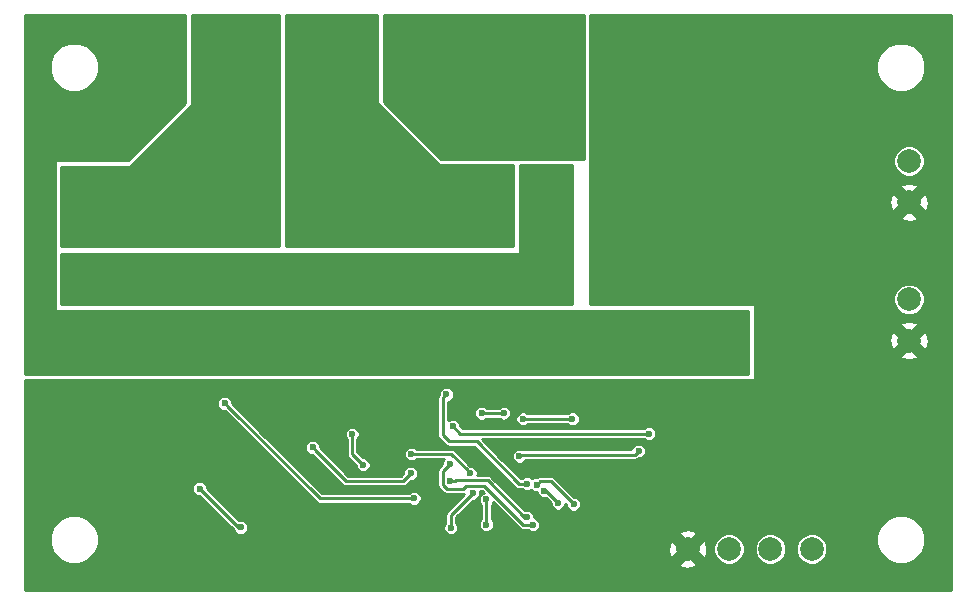
<source format=gbr>
G04 #@! TF.FileFunction,Copper,L2,Bot,Signal*
%FSLAX46Y46*%
G04 Gerber Fmt 4.6, Leading zero omitted, Abs format (unit mm)*
G04 Created by KiCad (PCBNEW 4.0.5) date 10/06/17 09:47:02*
%MOMM*%
%LPD*%
G01*
G04 APERTURE LIST*
%ADD10C,0.100000*%
%ADD11C,1.998980*%
%ADD12C,0.500000*%
%ADD13R,4.510000X3.400000*%
%ADD14C,0.600000*%
%ADD15C,0.250000*%
%ADD16C,0.254000*%
G04 APERTURE END LIST*
D10*
D11*
X169750060Y-115800000D03*
X173250180Y-115800000D03*
X166249940Y-115800000D03*
X162749820Y-115800000D03*
X181500000Y-86450060D03*
X181500000Y-82949940D03*
X181500000Y-98150060D03*
X181500000Y-94649940D03*
D12*
X178640000Y-90040000D03*
X178005000Y-90040000D03*
X177370000Y-90040000D03*
X176735000Y-90040000D03*
X176100000Y-90040000D03*
X178640000Y-89405000D03*
X178005000Y-89405000D03*
X177370000Y-89405000D03*
X176735000Y-89405000D03*
X176100000Y-89405000D03*
X178640000Y-88770000D03*
X178005000Y-88770000D03*
X177370000Y-88770000D03*
X176100000Y-88770000D03*
X178640000Y-88135000D03*
X178005000Y-88135000D03*
X177370000Y-88135000D03*
X176735000Y-88135000D03*
X176100000Y-88135000D03*
X178640000Y-87500000D03*
X178005000Y-87500000D03*
X177370000Y-87500000D03*
X176735000Y-87500000D03*
X176100000Y-87500000D03*
X176735000Y-88770000D03*
X170140000Y-92440000D03*
X169505000Y-92440000D03*
X168870000Y-92440000D03*
X168235000Y-92440000D03*
X167600000Y-92440000D03*
X170140000Y-91805000D03*
X169505000Y-91805000D03*
X168870000Y-91805000D03*
X168235000Y-91805000D03*
X167600000Y-91805000D03*
X170140000Y-91170000D03*
X169505000Y-91170000D03*
X168870000Y-91170000D03*
X167600000Y-91170000D03*
X170140000Y-90535000D03*
X169505000Y-90535000D03*
X168870000Y-90535000D03*
X168235000Y-90535000D03*
X167600000Y-90535000D03*
X170140000Y-89900000D03*
X169505000Y-89900000D03*
X168870000Y-89900000D03*
X168235000Y-89900000D03*
X167600000Y-89900000D03*
X168235000Y-91170000D03*
X153340000Y-76340000D03*
X152705000Y-76340000D03*
X152070000Y-76340000D03*
X151435000Y-76340000D03*
X150800000Y-76340000D03*
X153340000Y-75705000D03*
X152705000Y-75705000D03*
X152070000Y-75705000D03*
X151435000Y-75705000D03*
X150800000Y-75705000D03*
X153340000Y-75070000D03*
X152705000Y-75070000D03*
X152070000Y-75070000D03*
X150800000Y-75070000D03*
X153340000Y-74435000D03*
X152705000Y-74435000D03*
X152070000Y-74435000D03*
X151435000Y-74435000D03*
X150800000Y-74435000D03*
X153340000Y-73800000D03*
X152705000Y-73800000D03*
X152070000Y-73800000D03*
X151435000Y-73800000D03*
X150800000Y-73800000D03*
X151435000Y-75070000D03*
X147040000Y-76340000D03*
X146405000Y-76340000D03*
X145770000Y-76340000D03*
X145135000Y-76340000D03*
X144500000Y-76340000D03*
X147040000Y-75705000D03*
X146405000Y-75705000D03*
X145770000Y-75705000D03*
X145135000Y-75705000D03*
X144500000Y-75705000D03*
X147040000Y-75070000D03*
X146405000Y-75070000D03*
X145770000Y-75070000D03*
X144500000Y-75070000D03*
X147040000Y-74435000D03*
X146405000Y-74435000D03*
X145770000Y-74435000D03*
X145135000Y-74435000D03*
X144500000Y-74435000D03*
X147040000Y-73800000D03*
X146405000Y-73800000D03*
X145770000Y-73800000D03*
X145135000Y-73800000D03*
X144500000Y-73800000D03*
X145135000Y-75070000D03*
X150240000Y-76340000D03*
X149605000Y-76340000D03*
X148970000Y-76340000D03*
X148335000Y-76340000D03*
X147700000Y-76340000D03*
X150240000Y-75705000D03*
X149605000Y-75705000D03*
X148970000Y-75705000D03*
X148335000Y-75705000D03*
X147700000Y-75705000D03*
X150240000Y-75070000D03*
X149605000Y-75070000D03*
X148970000Y-75070000D03*
X147700000Y-75070000D03*
X150240000Y-74435000D03*
X149605000Y-74435000D03*
X148970000Y-74435000D03*
X148335000Y-74435000D03*
X147700000Y-74435000D03*
X150240000Y-73800000D03*
X149605000Y-73800000D03*
X148970000Y-73800000D03*
X148335000Y-73800000D03*
X147700000Y-73800000D03*
X148335000Y-75070000D03*
X134040000Y-82940000D03*
X133405000Y-82940000D03*
X132770000Y-82940000D03*
X132135000Y-82940000D03*
X131500000Y-82940000D03*
X134040000Y-82305000D03*
X133405000Y-82305000D03*
X132770000Y-82305000D03*
X132135000Y-82305000D03*
X131500000Y-82305000D03*
X134040000Y-81670000D03*
X133405000Y-81670000D03*
X132770000Y-81670000D03*
X131500000Y-81670000D03*
X134040000Y-81035000D03*
X133405000Y-81035000D03*
X132770000Y-81035000D03*
X132135000Y-81035000D03*
X131500000Y-81035000D03*
X134040000Y-80400000D03*
X133405000Y-80400000D03*
X132770000Y-80400000D03*
X132135000Y-80400000D03*
X131500000Y-80400000D03*
X132135000Y-81670000D03*
X134040000Y-77940000D03*
X133405000Y-77940000D03*
X132770000Y-77940000D03*
X132135000Y-77940000D03*
X131500000Y-77940000D03*
X134040000Y-77305000D03*
X133405000Y-77305000D03*
X132770000Y-77305000D03*
X132135000Y-77305000D03*
X131500000Y-77305000D03*
X134040000Y-76670000D03*
X133405000Y-76670000D03*
X132770000Y-76670000D03*
X131500000Y-76670000D03*
X134040000Y-76035000D03*
X133405000Y-76035000D03*
X132770000Y-76035000D03*
X132135000Y-76035000D03*
X131500000Y-76035000D03*
X134040000Y-75400000D03*
X133405000Y-75400000D03*
X132770000Y-75400000D03*
X132135000Y-75400000D03*
X131500000Y-75400000D03*
X132135000Y-76670000D03*
X134040000Y-89340000D03*
X133405000Y-89340000D03*
X132770000Y-89340000D03*
X132135000Y-89340000D03*
X131500000Y-89340000D03*
X134040000Y-88705000D03*
X133405000Y-88705000D03*
X132770000Y-88705000D03*
X132135000Y-88705000D03*
X131500000Y-88705000D03*
X134040000Y-88070000D03*
X133405000Y-88070000D03*
X132770000Y-88070000D03*
X131500000Y-88070000D03*
X134040000Y-87435000D03*
X133405000Y-87435000D03*
X132770000Y-87435000D03*
X132135000Y-87435000D03*
X131500000Y-87435000D03*
X134040000Y-86800000D03*
X133405000Y-86800000D03*
X132770000Y-86800000D03*
X132135000Y-86800000D03*
X131500000Y-86800000D03*
X132135000Y-88070000D03*
X134040000Y-86140000D03*
X133405000Y-86140000D03*
X132770000Y-86140000D03*
X132135000Y-86140000D03*
X131500000Y-86140000D03*
X134040000Y-85505000D03*
X133405000Y-85505000D03*
X132770000Y-85505000D03*
X132135000Y-85505000D03*
X131500000Y-85505000D03*
X134040000Y-84870000D03*
X133405000Y-84870000D03*
X132770000Y-84870000D03*
X131500000Y-84870000D03*
X134040000Y-84235000D03*
X133405000Y-84235000D03*
X132770000Y-84235000D03*
X132135000Y-84235000D03*
X131500000Y-84235000D03*
X134040000Y-83600000D03*
X133405000Y-83600000D03*
X132770000Y-83600000D03*
X132135000Y-83600000D03*
X131500000Y-83600000D03*
X132135000Y-84870000D03*
X125640000Y-83040000D03*
X125005000Y-83040000D03*
X124370000Y-83040000D03*
X123735000Y-83040000D03*
X123100000Y-83040000D03*
X125640000Y-82405000D03*
X125005000Y-82405000D03*
X124370000Y-82405000D03*
X123735000Y-82405000D03*
X123100000Y-82405000D03*
X125640000Y-81770000D03*
X125005000Y-81770000D03*
X124370000Y-81770000D03*
X123100000Y-81770000D03*
X125640000Y-81135000D03*
X125005000Y-81135000D03*
X124370000Y-81135000D03*
X123735000Y-81135000D03*
X123100000Y-81135000D03*
X125640000Y-80500000D03*
X125005000Y-80500000D03*
X124370000Y-80500000D03*
X123735000Y-80500000D03*
X123100000Y-80500000D03*
X123735000Y-81770000D03*
X125640000Y-78040000D03*
X125005000Y-78040000D03*
X124370000Y-78040000D03*
X123735000Y-78040000D03*
X123100000Y-78040000D03*
X125640000Y-77405000D03*
X125005000Y-77405000D03*
X124370000Y-77405000D03*
X123735000Y-77405000D03*
X123100000Y-77405000D03*
X125640000Y-76770000D03*
X125005000Y-76770000D03*
X124370000Y-76770000D03*
X123100000Y-76770000D03*
X125640000Y-76135000D03*
X125005000Y-76135000D03*
X124370000Y-76135000D03*
X123735000Y-76135000D03*
X123100000Y-76135000D03*
X125640000Y-75500000D03*
X125005000Y-75500000D03*
X124370000Y-75500000D03*
X123735000Y-75500000D03*
X123100000Y-75500000D03*
X123735000Y-76770000D03*
X125640000Y-89240000D03*
X125005000Y-89240000D03*
X124370000Y-89240000D03*
X123735000Y-89240000D03*
X123100000Y-89240000D03*
X125640000Y-88605000D03*
X125005000Y-88605000D03*
X124370000Y-88605000D03*
X123735000Y-88605000D03*
X123100000Y-88605000D03*
X125640000Y-87970000D03*
X125005000Y-87970000D03*
X124370000Y-87970000D03*
X123100000Y-87970000D03*
X125640000Y-87335000D03*
X125005000Y-87335000D03*
X124370000Y-87335000D03*
X123735000Y-87335000D03*
X123100000Y-87335000D03*
X125640000Y-86700000D03*
X125005000Y-86700000D03*
X124370000Y-86700000D03*
X123735000Y-86700000D03*
X123100000Y-86700000D03*
X123735000Y-87970000D03*
X141340000Y-94140000D03*
X140705000Y-94140000D03*
X140070000Y-94140000D03*
X139435000Y-94140000D03*
X138800000Y-94140000D03*
X141340000Y-93505000D03*
X140705000Y-93505000D03*
X140070000Y-93505000D03*
X139435000Y-93505000D03*
X138800000Y-93505000D03*
X141340000Y-92870000D03*
X140705000Y-92870000D03*
X140070000Y-92870000D03*
X138800000Y-92870000D03*
X141340000Y-92235000D03*
X140705000Y-92235000D03*
X140070000Y-92235000D03*
X139435000Y-92235000D03*
X138800000Y-92235000D03*
X141340000Y-91600000D03*
X140705000Y-91600000D03*
X140070000Y-91600000D03*
X139435000Y-91600000D03*
X138800000Y-91600000D03*
X139435000Y-92870000D03*
X121740000Y-93940000D03*
X121105000Y-93940000D03*
X120470000Y-93940000D03*
X119835000Y-93940000D03*
X119200000Y-93940000D03*
X121740000Y-93305000D03*
X121105000Y-93305000D03*
X120470000Y-93305000D03*
X119835000Y-93305000D03*
X119200000Y-93305000D03*
X121740000Y-92670000D03*
X121105000Y-92670000D03*
X120470000Y-92670000D03*
X119200000Y-92670000D03*
X121740000Y-92035000D03*
X121105000Y-92035000D03*
X120470000Y-92035000D03*
X119835000Y-92035000D03*
X119200000Y-92035000D03*
X121740000Y-91400000D03*
X121105000Y-91400000D03*
X120470000Y-91400000D03*
X119835000Y-91400000D03*
X119200000Y-91400000D03*
X119835000Y-92670000D03*
X161740000Y-99440000D03*
X161105000Y-99440000D03*
X160470000Y-99440000D03*
X159835000Y-99440000D03*
X159200000Y-99440000D03*
X161740000Y-98805000D03*
X161105000Y-98805000D03*
X160470000Y-98805000D03*
X159835000Y-98805000D03*
X159200000Y-98805000D03*
X161740000Y-98170000D03*
X161105000Y-98170000D03*
X160470000Y-98170000D03*
X159200000Y-98170000D03*
X161740000Y-97535000D03*
X161105000Y-97535000D03*
X160470000Y-97535000D03*
X159835000Y-97535000D03*
X159200000Y-97535000D03*
X161740000Y-96900000D03*
X161105000Y-96900000D03*
X160470000Y-96900000D03*
X159835000Y-96900000D03*
X159200000Y-96900000D03*
X159835000Y-98170000D03*
X125640000Y-86140000D03*
X125005000Y-86140000D03*
X124370000Y-86140000D03*
X123735000Y-86140000D03*
X123100000Y-86140000D03*
X125640000Y-85505000D03*
X125005000Y-85505000D03*
X124370000Y-85505000D03*
X123735000Y-85505000D03*
X123100000Y-85505000D03*
X125640000Y-84870000D03*
X125005000Y-84870000D03*
X124370000Y-84870000D03*
X123100000Y-84870000D03*
X125640000Y-84235000D03*
X125005000Y-84235000D03*
X124370000Y-84235000D03*
X123735000Y-84235000D03*
X123100000Y-84235000D03*
X125640000Y-83600000D03*
X125005000Y-83600000D03*
X124370000Y-83600000D03*
X123735000Y-83600000D03*
X123100000Y-83600000D03*
X123735000Y-84870000D03*
X118540000Y-93940000D03*
X117905000Y-93940000D03*
X117270000Y-93940000D03*
X116635000Y-93940000D03*
X116000000Y-93940000D03*
X118540000Y-93305000D03*
X117905000Y-93305000D03*
X117270000Y-93305000D03*
X116635000Y-93305000D03*
X116000000Y-93305000D03*
X118540000Y-92670000D03*
X117905000Y-92670000D03*
X117270000Y-92670000D03*
X116000000Y-92670000D03*
X118540000Y-92035000D03*
X117905000Y-92035000D03*
X117270000Y-92035000D03*
X116635000Y-92035000D03*
X116000000Y-92035000D03*
X118540000Y-91400000D03*
X117905000Y-91400000D03*
X117270000Y-91400000D03*
X116635000Y-91400000D03*
X116000000Y-91400000D03*
X116635000Y-92670000D03*
X152140000Y-86940000D03*
X151505000Y-86940000D03*
X150870000Y-86940000D03*
X150235000Y-86940000D03*
X149600000Y-86940000D03*
X152140000Y-86305000D03*
X151505000Y-86305000D03*
X150870000Y-86305000D03*
X150235000Y-86305000D03*
X149600000Y-86305000D03*
X152140000Y-85670000D03*
X151505000Y-85670000D03*
X150870000Y-85670000D03*
X149600000Y-85670000D03*
X152140000Y-85035000D03*
X151505000Y-85035000D03*
X150870000Y-85035000D03*
X150235000Y-85035000D03*
X149600000Y-85035000D03*
X152140000Y-84400000D03*
X151505000Y-84400000D03*
X150870000Y-84400000D03*
X150235000Y-84400000D03*
X149600000Y-84400000D03*
X150235000Y-85670000D03*
D13*
X112705000Y-88200000D03*
D12*
X110800000Y-87636000D03*
X111435000Y-87636000D03*
X112070000Y-87636000D03*
X112705000Y-87636000D03*
X113340000Y-87636000D03*
X113975000Y-87636000D03*
X114610000Y-87636000D03*
X110800000Y-88271000D03*
X111435000Y-88271000D03*
X112070000Y-88271000D03*
X112705000Y-88271000D03*
X113340000Y-88271000D03*
X113975000Y-88271000D03*
X114610000Y-88271000D03*
X110800000Y-88906000D03*
X111435000Y-88906000D03*
X112070000Y-88906000D03*
X112705000Y-88906000D03*
X113340000Y-88906000D03*
X113975000Y-88906000D03*
X114610000Y-88906000D03*
X110800000Y-89541000D03*
X111435000Y-89541000D03*
X112070000Y-89541000D03*
X112705000Y-89541000D03*
X113340000Y-89541000D03*
X113975000Y-89541000D03*
X114610000Y-89541000D03*
D13*
X112805000Y-80800000D03*
D12*
X110900000Y-80236000D03*
X111535000Y-80236000D03*
X112170000Y-80236000D03*
X112805000Y-80236000D03*
X113440000Y-80236000D03*
X114075000Y-80236000D03*
X114710000Y-80236000D03*
X110900000Y-80871000D03*
X111535000Y-80871000D03*
X112170000Y-80871000D03*
X112805000Y-80871000D03*
X113440000Y-80871000D03*
X114075000Y-80871000D03*
X114710000Y-80871000D03*
X110900000Y-81506000D03*
X111535000Y-81506000D03*
X112170000Y-81506000D03*
X112805000Y-81506000D03*
X113440000Y-81506000D03*
X114075000Y-81506000D03*
X114710000Y-81506000D03*
X110900000Y-82141000D03*
X111535000Y-82141000D03*
X112170000Y-82141000D03*
X112805000Y-82141000D03*
X113440000Y-82141000D03*
X114075000Y-82141000D03*
X114710000Y-82141000D03*
D13*
X144505000Y-80900000D03*
D12*
X142600000Y-80336000D03*
X143235000Y-80336000D03*
X143870000Y-80336000D03*
X144505000Y-80336000D03*
X145140000Y-80336000D03*
X145775000Y-80336000D03*
X146410000Y-80336000D03*
X142600000Y-80971000D03*
X143235000Y-80971000D03*
X143870000Y-80971000D03*
X144505000Y-80971000D03*
X145140000Y-80971000D03*
X145775000Y-80971000D03*
X146410000Y-80971000D03*
X142600000Y-81606000D03*
X143235000Y-81606000D03*
X143870000Y-81606000D03*
X144505000Y-81606000D03*
X145140000Y-81606000D03*
X145775000Y-81606000D03*
X146410000Y-81606000D03*
X142600000Y-82241000D03*
X143235000Y-82241000D03*
X143870000Y-82241000D03*
X144505000Y-82241000D03*
X145140000Y-82241000D03*
X145775000Y-82241000D03*
X146410000Y-82241000D03*
D13*
X144505000Y-88200000D03*
D12*
X142600000Y-87636000D03*
X143235000Y-87636000D03*
X143870000Y-87636000D03*
X144505000Y-87636000D03*
X145140000Y-87636000D03*
X145775000Y-87636000D03*
X146410000Y-87636000D03*
X142600000Y-88271000D03*
X143235000Y-88271000D03*
X143870000Y-88271000D03*
X144505000Y-88271000D03*
X145140000Y-88271000D03*
X145775000Y-88271000D03*
X146410000Y-88271000D03*
X142600000Y-88906000D03*
X143235000Y-88906000D03*
X143870000Y-88906000D03*
X144505000Y-88906000D03*
X145140000Y-88906000D03*
X145775000Y-88906000D03*
X146410000Y-88906000D03*
X142600000Y-89541000D03*
X143235000Y-89541000D03*
X143870000Y-89541000D03*
X144505000Y-89541000D03*
X145140000Y-89541000D03*
X145775000Y-89541000D03*
X146410000Y-89541000D03*
X117540000Y-76040000D03*
X116905000Y-76040000D03*
X116270000Y-76040000D03*
X115635000Y-76040000D03*
X115000000Y-76040000D03*
X117540000Y-75405000D03*
X116905000Y-75405000D03*
X116270000Y-75405000D03*
X115635000Y-75405000D03*
X115000000Y-75405000D03*
X117540000Y-74770000D03*
X116905000Y-74770000D03*
X116270000Y-74770000D03*
X115000000Y-74770000D03*
X117540000Y-74135000D03*
X116905000Y-74135000D03*
X116270000Y-74135000D03*
X115635000Y-74135000D03*
X115000000Y-74135000D03*
X117540000Y-73500000D03*
X116905000Y-73500000D03*
X116270000Y-73500000D03*
X115635000Y-73500000D03*
X115000000Y-73500000D03*
X115635000Y-74770000D03*
D14*
X142645143Y-110079744D03*
X149144106Y-113094294D03*
X131000000Y-107200000D03*
X139300000Y-109400000D03*
X149134016Y-109460773D03*
X148533971Y-114442873D03*
X123324502Y-114316010D03*
X139900000Y-112974990D03*
X131800000Y-116700000D03*
X148505961Y-107094816D03*
X149100000Y-103200000D03*
X137100000Y-102000000D03*
X156425010Y-103847196D03*
X156100000Y-102200000D03*
X127300000Y-113100000D03*
X128400000Y-104500000D03*
X134343652Y-106070680D03*
X135279767Y-108670725D03*
X125800000Y-98100000D03*
X131200000Y-98000000D03*
X128700000Y-98100000D03*
X124900000Y-113974990D03*
X121424989Y-110683182D03*
X145700009Y-113725010D03*
X145700000Y-111600000D03*
X149970787Y-110352552D03*
X153100000Y-112000000D03*
X123553520Y-103470320D03*
X139600000Y-111500000D03*
X149174617Y-110274237D03*
X142321580Y-102700698D03*
X150592748Y-110865128D03*
X151782780Y-111914940D03*
X144550113Y-111065603D03*
X142700000Y-114000000D03*
X144336013Y-109365572D03*
X139371705Y-107756327D03*
X145300000Y-104300000D03*
X147200000Y-104300000D03*
X153000000Y-104774990D03*
X148800000Y-104774990D03*
X148508667Y-107938425D03*
X158600000Y-107500000D03*
X149635037Y-113746165D03*
X142600026Y-108629611D03*
X159475170Y-106028490D03*
X142866008Y-105379445D03*
D15*
X143069407Y-110079744D02*
X142645143Y-110079744D01*
X143158569Y-109990582D02*
X143069407Y-110079744D01*
X149127788Y-113154997D02*
X148981103Y-113154997D01*
X148981103Y-113154997D02*
X145816688Y-109990582D01*
X145816688Y-109990582D02*
X143158569Y-109990582D01*
X149144106Y-113138679D02*
X149127788Y-113154997D01*
X149144106Y-113094294D02*
X149144106Y-113138679D01*
X139300000Y-109400000D02*
X138661751Y-110038249D01*
X138661751Y-110038249D02*
X133838249Y-110038249D01*
X133838249Y-110038249D02*
X131299999Y-107499999D01*
X131299999Y-107499999D02*
X131000000Y-107200000D01*
X134343652Y-107734610D02*
X134343652Y-106494944D01*
X134343652Y-106494944D02*
X134343652Y-106070680D01*
X135279767Y-108670725D02*
X134343652Y-107734610D01*
X131200000Y-98000000D02*
X131100000Y-97900000D01*
X131100000Y-97900000D02*
X130900000Y-97900000D01*
X124716797Y-113974990D02*
X124900000Y-113974990D01*
X121424989Y-110683182D02*
X124716797Y-113974990D01*
X145700000Y-111600000D02*
X145700000Y-113725001D01*
X145700000Y-113725001D02*
X145700009Y-113725010D01*
X151152553Y-110052553D02*
X150270786Y-110052553D01*
X153100000Y-112000000D02*
X151152553Y-110052553D01*
X150270786Y-110052553D02*
X149970787Y-110352552D01*
X139600000Y-111500000D02*
X131583200Y-111500000D01*
X123853519Y-103770319D02*
X123553520Y-103470320D01*
X131583200Y-111500000D02*
X123853519Y-103770319D01*
X142321580Y-102700698D02*
X142021581Y-103000697D01*
X142021581Y-103000697D02*
X142021581Y-106186334D01*
X142021581Y-106186334D02*
X142527853Y-106692606D01*
X142527853Y-106692606D02*
X144879487Y-106692606D01*
X144879487Y-106692606D02*
X148461118Y-110274237D01*
X148461118Y-110274237D02*
X148750353Y-110274237D01*
X148750353Y-110274237D02*
X149174617Y-110274237D01*
X150732968Y-110865128D02*
X150592748Y-110865128D01*
X151782780Y-111914940D02*
X150732968Y-110865128D01*
X144250114Y-111365602D02*
X144550113Y-111065603D01*
X142700000Y-114000000D02*
X142700000Y-112915716D01*
X142700000Y-112915716D02*
X144250114Y-111365602D01*
X139371705Y-107756327D02*
X142726768Y-107756327D01*
X142726768Y-107756327D02*
X144036014Y-109065573D01*
X144036014Y-109065573D02*
X144336013Y-109365572D01*
X147200000Y-104300000D02*
X145300000Y-104300000D01*
X152575736Y-104774990D02*
X148800000Y-104774990D01*
X153000000Y-104774990D02*
X152575736Y-104774990D01*
X158300001Y-107799999D02*
X148647093Y-107799999D01*
X148647093Y-107799999D02*
X148508667Y-107938425D01*
X158600000Y-107500000D02*
X158300001Y-107799999D01*
X149210773Y-113746165D02*
X149635037Y-113746165D01*
X148840669Y-113746165D02*
X149210773Y-113746165D01*
X145535097Y-110440593D02*
X148840669Y-113746165D01*
X144021306Y-110440593D02*
X145535097Y-110440593D01*
X143757153Y-110704746D02*
X144021306Y-110440593D01*
X142020141Y-110379746D02*
X142345141Y-110704746D01*
X142345141Y-110704746D02*
X143757153Y-110704746D01*
X142020141Y-109209496D02*
X142020141Y-110379746D01*
X142600026Y-108629611D02*
X142020141Y-109209496D01*
X159050906Y-106028490D02*
X159475170Y-106028490D01*
X142866008Y-105379445D02*
X143515053Y-106028490D01*
X143515053Y-106028490D02*
X159050906Y-106028490D01*
D16*
G36*
X153973000Y-82773000D02*
X141852606Y-82773000D01*
X137027000Y-77947394D01*
X137027000Y-70627000D01*
X153973000Y-70627000D01*
X153973000Y-82773000D01*
X153973000Y-82773000D01*
G37*
X153973000Y-82773000D02*
X141852606Y-82773000D01*
X137027000Y-77947394D01*
X137027000Y-70627000D01*
X153973000Y-70627000D01*
X153973000Y-82773000D01*
G36*
X128173000Y-90173000D02*
X109727000Y-90173000D01*
X109727000Y-83427000D01*
X115500000Y-83427000D01*
X115549410Y-83416994D01*
X115589803Y-83389803D01*
X120789803Y-78189803D01*
X120817666Y-78147789D01*
X120827000Y-78100000D01*
X120827000Y-70627000D01*
X128173000Y-70627000D01*
X128173000Y-90173000D01*
X128173000Y-90173000D01*
G37*
X128173000Y-90173000D02*
X109727000Y-90173000D01*
X109727000Y-83427000D01*
X115500000Y-83427000D01*
X115549410Y-83416994D01*
X115589803Y-83389803D01*
X120789803Y-78189803D01*
X120817666Y-78147789D01*
X120827000Y-78100000D01*
X120827000Y-70627000D01*
X128173000Y-70627000D01*
X128173000Y-90173000D01*
G36*
X152973000Y-95073000D02*
X109727000Y-95073000D01*
X109727000Y-90827000D01*
X148400000Y-90827000D01*
X148449410Y-90816994D01*
X148491035Y-90788553D01*
X148518315Y-90746159D01*
X148527000Y-90700000D01*
X148527000Y-83327000D01*
X152973000Y-83327000D01*
X152973000Y-95073000D01*
X152973000Y-95073000D01*
G37*
X152973000Y-95073000D02*
X109727000Y-95073000D01*
X109727000Y-90827000D01*
X148400000Y-90827000D01*
X148449410Y-90816994D01*
X148491035Y-90788553D01*
X148518315Y-90746159D01*
X148527000Y-90700000D01*
X148527000Y-83327000D01*
X152973000Y-83327000D01*
X152973000Y-95073000D01*
G36*
X185073000Y-119273000D02*
X106627000Y-119273000D01*
X106627000Y-117096760D01*
X161980561Y-117096760D01*
X162096883Y-117333276D01*
X162733344Y-117466430D01*
X163372314Y-117345886D01*
X163402757Y-117333276D01*
X163519079Y-117096760D01*
X162749820Y-116327502D01*
X161980561Y-117096760D01*
X106627000Y-117096760D01*
X106627000Y-115410080D01*
X108723840Y-115410080D01*
X109039387Y-116173763D01*
X109623164Y-116758559D01*
X110386295Y-117075439D01*
X111212600Y-117076160D01*
X111976283Y-116760613D01*
X112561079Y-116176836D01*
X112724396Y-115783524D01*
X161083390Y-115783524D01*
X161203934Y-116422494D01*
X161216544Y-116452937D01*
X161453060Y-116569259D01*
X162222318Y-115800000D01*
X163277322Y-115800000D01*
X164046580Y-116569259D01*
X164283096Y-116452937D01*
X164364738Y-116062697D01*
X164923221Y-116062697D01*
X165124741Y-116550414D01*
X165497563Y-116923887D01*
X165984927Y-117126259D01*
X166512637Y-117126719D01*
X167000354Y-116925199D01*
X167373827Y-116552377D01*
X167576199Y-116065013D01*
X167576201Y-116062697D01*
X168423341Y-116062697D01*
X168624861Y-116550414D01*
X168997683Y-116923887D01*
X169485047Y-117126259D01*
X170012757Y-117126719D01*
X170500474Y-116925199D01*
X170873947Y-116552377D01*
X171076319Y-116065013D01*
X171076321Y-116062697D01*
X171923461Y-116062697D01*
X172124981Y-116550414D01*
X172497803Y-116923887D01*
X172985167Y-117126259D01*
X173512877Y-117126719D01*
X174000594Y-116925199D01*
X174374067Y-116552377D01*
X174576439Y-116065013D01*
X174576899Y-115537303D01*
X174524332Y-115410080D01*
X178723700Y-115410080D01*
X179039247Y-116173763D01*
X179623024Y-116758559D01*
X180386155Y-117075439D01*
X181212460Y-117076160D01*
X181976143Y-116760613D01*
X182560939Y-116176836D01*
X182877819Y-115413705D01*
X182878540Y-114587400D01*
X182562993Y-113823717D01*
X181979216Y-113238921D01*
X181216085Y-112922041D01*
X180389780Y-112921320D01*
X179626097Y-113236867D01*
X179041301Y-113820644D01*
X178724421Y-114583775D01*
X178723700Y-115410080D01*
X174524332Y-115410080D01*
X174375379Y-115049586D01*
X174002557Y-114676113D01*
X173515193Y-114473741D01*
X172987483Y-114473281D01*
X172499766Y-114674801D01*
X172126293Y-115047623D01*
X171923921Y-115534987D01*
X171923461Y-116062697D01*
X171076321Y-116062697D01*
X171076779Y-115537303D01*
X170875259Y-115049586D01*
X170502437Y-114676113D01*
X170015073Y-114473741D01*
X169487363Y-114473281D01*
X168999646Y-114674801D01*
X168626173Y-115047623D01*
X168423801Y-115534987D01*
X168423341Y-116062697D01*
X167576201Y-116062697D01*
X167576659Y-115537303D01*
X167375139Y-115049586D01*
X167002317Y-114676113D01*
X166514953Y-114473741D01*
X165987243Y-114473281D01*
X165499526Y-114674801D01*
X165126053Y-115047623D01*
X164923681Y-115534987D01*
X164923221Y-116062697D01*
X164364738Y-116062697D01*
X164416250Y-115816476D01*
X164295706Y-115177506D01*
X164283096Y-115147063D01*
X164046580Y-115030741D01*
X163277322Y-115800000D01*
X162222318Y-115800000D01*
X161453060Y-115030741D01*
X161216544Y-115147063D01*
X161083390Y-115783524D01*
X112724396Y-115783524D01*
X112877959Y-115413705D01*
X112878680Y-114587400D01*
X112563133Y-113823717D01*
X111979356Y-113238921D01*
X111216225Y-112922041D01*
X110389920Y-112921320D01*
X109626237Y-113236867D01*
X109041441Y-113820644D01*
X108724561Y-114583775D01*
X108723840Y-115410080D01*
X106627000Y-115410080D01*
X106627000Y-110807353D01*
X120797880Y-110807353D01*
X120893134Y-111037885D01*
X121069358Y-111214417D01*
X121299724Y-111310073D01*
X121412755Y-111310172D01*
X124322989Y-114220407D01*
X124368145Y-114329693D01*
X124544369Y-114506225D01*
X124774735Y-114601881D01*
X125024171Y-114602099D01*
X125254703Y-114506845D01*
X125431235Y-114330621D01*
X125526891Y-114100255D01*
X125527109Y-113850819D01*
X125431855Y-113620287D01*
X125255631Y-113443755D01*
X125025265Y-113348099D01*
X124775829Y-113347881D01*
X124742630Y-113361598D01*
X122052000Y-110670969D01*
X122052098Y-110559011D01*
X121956844Y-110328479D01*
X121780620Y-110151947D01*
X121550254Y-110056291D01*
X121300818Y-110056073D01*
X121070286Y-110151327D01*
X120893754Y-110327551D01*
X120798098Y-110557917D01*
X120797880Y-110807353D01*
X106627000Y-110807353D01*
X106627000Y-103594491D01*
X122926411Y-103594491D01*
X123021665Y-103825023D01*
X123197889Y-104001555D01*
X123428255Y-104097211D01*
X123541286Y-104097310D01*
X131263588Y-111819612D01*
X131410227Y-111917594D01*
X131583200Y-111952000D01*
X139165272Y-111952000D01*
X139244369Y-112031235D01*
X139474735Y-112126891D01*
X139724171Y-112127109D01*
X139954703Y-112031855D01*
X140131235Y-111855631D01*
X140226891Y-111625265D01*
X140227109Y-111375829D01*
X140131855Y-111145297D01*
X139955631Y-110968765D01*
X139725265Y-110873109D01*
X139475829Y-110872891D01*
X139245297Y-110968145D01*
X139165302Y-111048000D01*
X131770424Y-111048000D01*
X128046595Y-107324171D01*
X130372891Y-107324171D01*
X130468145Y-107554703D01*
X130644369Y-107731235D01*
X130874735Y-107826891D01*
X130987766Y-107826990D01*
X133518637Y-110357862D01*
X133665276Y-110455843D01*
X133838249Y-110490249D01*
X138661751Y-110490249D01*
X138834724Y-110455843D01*
X138981363Y-110357861D01*
X139312213Y-110027011D01*
X139424171Y-110027109D01*
X139654703Y-109931855D01*
X139831235Y-109755631D01*
X139926891Y-109525265D01*
X139927109Y-109275829D01*
X139831855Y-109045297D01*
X139655631Y-108868765D01*
X139425265Y-108773109D01*
X139175829Y-108772891D01*
X138945297Y-108868145D01*
X138768765Y-109044369D01*
X138673109Y-109274735D01*
X138673010Y-109387765D01*
X138474527Y-109586249D01*
X134025474Y-109586249D01*
X131627011Y-107187787D01*
X131627109Y-107075829D01*
X131531855Y-106845297D01*
X131355631Y-106668765D01*
X131125265Y-106573109D01*
X130875829Y-106572891D01*
X130645297Y-106668145D01*
X130468765Y-106844369D01*
X130373109Y-107074735D01*
X130372891Y-107324171D01*
X128046595Y-107324171D01*
X126917275Y-106194851D01*
X133716543Y-106194851D01*
X133811797Y-106425383D01*
X133891652Y-106505378D01*
X133891652Y-107734610D01*
X133926058Y-107907583D01*
X134024040Y-108054222D01*
X134652756Y-108682939D01*
X134652658Y-108794896D01*
X134747912Y-109025428D01*
X134924136Y-109201960D01*
X135154502Y-109297616D01*
X135403938Y-109297834D01*
X135634470Y-109202580D01*
X135811002Y-109026356D01*
X135906658Y-108795990D01*
X135906876Y-108546554D01*
X135811622Y-108316022D01*
X135635398Y-108139490D01*
X135405032Y-108043834D01*
X135292002Y-108043735D01*
X135128765Y-107880498D01*
X138744596Y-107880498D01*
X138839850Y-108111030D01*
X139016074Y-108287562D01*
X139246440Y-108383218D01*
X139495876Y-108383436D01*
X139726408Y-108288182D01*
X139806403Y-108208327D01*
X142134559Y-108208327D01*
X142068791Y-108273980D01*
X141973135Y-108504346D01*
X141973036Y-108617377D01*
X141700529Y-108889884D01*
X141602547Y-109036523D01*
X141568141Y-109209496D01*
X141568141Y-110379746D01*
X141602547Y-110552719D01*
X141700529Y-110699358D01*
X142025528Y-111024358D01*
X142091060Y-111068145D01*
X142172168Y-111122340D01*
X142345141Y-111156746D01*
X143757153Y-111156746D01*
X143835288Y-111141204D01*
X142380388Y-112596104D01*
X142282406Y-112742743D01*
X142248000Y-112915716D01*
X142248000Y-113565272D01*
X142168765Y-113644369D01*
X142073109Y-113874735D01*
X142072891Y-114124171D01*
X142168145Y-114354703D01*
X142344369Y-114531235D01*
X142574735Y-114626891D01*
X142824171Y-114627109D01*
X143054703Y-114531855D01*
X143083368Y-114503240D01*
X161980561Y-114503240D01*
X162749820Y-115272498D01*
X163519079Y-114503240D01*
X163402757Y-114266724D01*
X162766296Y-114133570D01*
X162127326Y-114254114D01*
X162096883Y-114266724D01*
X161980561Y-114503240D01*
X143083368Y-114503240D01*
X143231235Y-114355631D01*
X143326891Y-114125265D01*
X143327109Y-113875829D01*
X143231855Y-113645297D01*
X143152000Y-113565302D01*
X143152000Y-113102940D01*
X144562326Y-111692614D01*
X144674284Y-111692712D01*
X144904816Y-111597458D01*
X145081348Y-111421234D01*
X145177004Y-111190868D01*
X145177222Y-110941432D01*
X145157042Y-110892593D01*
X145347873Y-110892593D01*
X145471344Y-111016064D01*
X145345297Y-111068145D01*
X145168765Y-111244369D01*
X145073109Y-111474735D01*
X145072891Y-111724171D01*
X145168145Y-111954703D01*
X145248000Y-112034698D01*
X145248000Y-113290291D01*
X145168774Y-113369379D01*
X145073118Y-113599745D01*
X145072900Y-113849181D01*
X145168154Y-114079713D01*
X145344378Y-114256245D01*
X145574744Y-114351901D01*
X145824180Y-114352119D01*
X146054712Y-114256865D01*
X146231244Y-114080641D01*
X146326900Y-113850275D01*
X146327118Y-113600839D01*
X146231864Y-113370307D01*
X146152000Y-113290303D01*
X146152000Y-112034728D01*
X146231235Y-111955631D01*
X146283953Y-111828673D01*
X148521057Y-114065777D01*
X148667696Y-114163759D01*
X148840669Y-114198165D01*
X149200309Y-114198165D01*
X149279406Y-114277400D01*
X149509772Y-114373056D01*
X149759208Y-114373274D01*
X149989740Y-114278020D01*
X150166272Y-114101796D01*
X150261928Y-113871430D01*
X150262146Y-113621994D01*
X150166892Y-113391462D01*
X149990668Y-113214930D01*
X149771081Y-113123750D01*
X149771215Y-112970123D01*
X149675961Y-112739591D01*
X149499737Y-112563059D01*
X149269371Y-112467403D01*
X149019935Y-112467185D01*
X148958076Y-112492745D01*
X146136300Y-109670970D01*
X145989661Y-109572988D01*
X145816688Y-109538582D01*
X144943079Y-109538582D01*
X144962904Y-109490837D01*
X144963122Y-109241401D01*
X144867868Y-109010869D01*
X144691644Y-108834337D01*
X144461278Y-108738681D01*
X144348248Y-108738582D01*
X143046380Y-107436715D01*
X142899741Y-107338733D01*
X142726768Y-107304327D01*
X139806433Y-107304327D01*
X139727336Y-107225092D01*
X139496970Y-107129436D01*
X139247534Y-107129218D01*
X139017002Y-107224472D01*
X138840470Y-107400696D01*
X138744814Y-107631062D01*
X138744596Y-107880498D01*
X135128765Y-107880498D01*
X134795652Y-107547386D01*
X134795652Y-106505408D01*
X134874887Y-106426311D01*
X134970543Y-106195945D01*
X134970761Y-105946509D01*
X134875507Y-105715977D01*
X134699283Y-105539445D01*
X134468917Y-105443789D01*
X134219481Y-105443571D01*
X133988949Y-105538825D01*
X133812417Y-105715049D01*
X133716761Y-105945415D01*
X133716543Y-106194851D01*
X126917275Y-106194851D01*
X124180531Y-103458107D01*
X124180629Y-103346149D01*
X124085375Y-103115617D01*
X123970656Y-103000697D01*
X141569581Y-103000697D01*
X141569581Y-106186334D01*
X141603987Y-106359307D01*
X141701969Y-106505946D01*
X142208241Y-107012218D01*
X142354880Y-107110200D01*
X142527853Y-107144606D01*
X144692263Y-107144606D01*
X148141506Y-110593849D01*
X148288145Y-110691831D01*
X148461118Y-110726237D01*
X148739889Y-110726237D01*
X148818986Y-110805472D01*
X149049352Y-110901128D01*
X149298788Y-110901346D01*
X149529320Y-110806092D01*
X149533466Y-110801954D01*
X149615156Y-110883787D01*
X149845522Y-110979443D01*
X149965648Y-110979548D01*
X149965639Y-110989299D01*
X150060893Y-111219831D01*
X150237117Y-111396363D01*
X150467483Y-111492019D01*
X150716919Y-111492237D01*
X150719703Y-111491087D01*
X151155769Y-111927154D01*
X151155671Y-112039111D01*
X151250925Y-112269643D01*
X151427149Y-112446175D01*
X151657515Y-112541831D01*
X151906951Y-112542049D01*
X152137483Y-112446795D01*
X152314015Y-112270571D01*
X152409671Y-112040205D01*
X152409751Y-111948975D01*
X152472989Y-112012213D01*
X152472891Y-112124171D01*
X152568145Y-112354703D01*
X152744369Y-112531235D01*
X152974735Y-112626891D01*
X153224171Y-112627109D01*
X153454703Y-112531855D01*
X153631235Y-112355631D01*
X153726891Y-112125265D01*
X153727109Y-111875829D01*
X153631855Y-111645297D01*
X153455631Y-111468765D01*
X153225265Y-111373109D01*
X153112234Y-111373010D01*
X151472165Y-109732941D01*
X151325526Y-109634959D01*
X151152553Y-109600553D01*
X150270786Y-109600553D01*
X150097813Y-109634959D01*
X149962243Y-109725544D01*
X149846616Y-109725443D01*
X149616084Y-109820697D01*
X149611938Y-109824835D01*
X149530248Y-109743002D01*
X149299882Y-109647346D01*
X149050446Y-109647128D01*
X148819914Y-109742382D01*
X148739919Y-109822237D01*
X148648342Y-109822237D01*
X146888701Y-108062596D01*
X147881558Y-108062596D01*
X147976812Y-108293128D01*
X148153036Y-108469660D01*
X148383402Y-108565316D01*
X148632838Y-108565534D01*
X148863370Y-108470280D01*
X149039902Y-108294056D01*
X149057366Y-108251999D01*
X158300001Y-108251999D01*
X158472974Y-108217593D01*
X158608543Y-108127008D01*
X158724171Y-108127109D01*
X158954703Y-108031855D01*
X159131235Y-107855631D01*
X159226891Y-107625265D01*
X159227109Y-107375829D01*
X159131855Y-107145297D01*
X158955631Y-106968765D01*
X158725265Y-106873109D01*
X158475829Y-106872891D01*
X158245297Y-106968145D01*
X158068765Y-107144369D01*
X157984211Y-107347999D01*
X148721750Y-107347999D01*
X148633932Y-107311534D01*
X148384496Y-107311316D01*
X148153964Y-107406570D01*
X147977432Y-107582794D01*
X147881776Y-107813160D01*
X147881558Y-108062596D01*
X146888701Y-108062596D01*
X145306595Y-106480490D01*
X159040442Y-106480490D01*
X159119539Y-106559725D01*
X159349905Y-106655381D01*
X159599341Y-106655599D01*
X159829873Y-106560345D01*
X160006405Y-106384121D01*
X160102061Y-106153755D01*
X160102279Y-105904319D01*
X160007025Y-105673787D01*
X159830801Y-105497255D01*
X159600435Y-105401599D01*
X159350999Y-105401381D01*
X159120467Y-105496635D01*
X159040472Y-105576490D01*
X143702277Y-105576490D01*
X143493019Y-105367232D01*
X143493117Y-105255274D01*
X143397863Y-105024742D01*
X143221639Y-104848210D01*
X142991273Y-104752554D01*
X142741837Y-104752336D01*
X142511305Y-104847590D01*
X142473581Y-104885248D01*
X142473581Y-104424171D01*
X144672891Y-104424171D01*
X144768145Y-104654703D01*
X144944369Y-104831235D01*
X145174735Y-104926891D01*
X145424171Y-104927109D01*
X145654703Y-104831855D01*
X145734698Y-104752000D01*
X146765272Y-104752000D01*
X146844369Y-104831235D01*
X147074735Y-104926891D01*
X147324171Y-104927109D01*
X147391810Y-104899161D01*
X148172891Y-104899161D01*
X148268145Y-105129693D01*
X148444369Y-105306225D01*
X148674735Y-105401881D01*
X148924171Y-105402099D01*
X149154703Y-105306845D01*
X149234698Y-105226990D01*
X152565272Y-105226990D01*
X152644369Y-105306225D01*
X152874735Y-105401881D01*
X153124171Y-105402099D01*
X153354703Y-105306845D01*
X153531235Y-105130621D01*
X153626891Y-104900255D01*
X153627109Y-104650819D01*
X153531855Y-104420287D01*
X153355631Y-104243755D01*
X153125265Y-104148099D01*
X152875829Y-104147881D01*
X152645297Y-104243135D01*
X152565302Y-104322990D01*
X149234728Y-104322990D01*
X149155631Y-104243755D01*
X148925265Y-104148099D01*
X148675829Y-104147881D01*
X148445297Y-104243135D01*
X148268765Y-104419359D01*
X148173109Y-104649725D01*
X148172891Y-104899161D01*
X147391810Y-104899161D01*
X147554703Y-104831855D01*
X147731235Y-104655631D01*
X147826891Y-104425265D01*
X147827109Y-104175829D01*
X147731855Y-103945297D01*
X147555631Y-103768765D01*
X147325265Y-103673109D01*
X147075829Y-103672891D01*
X146845297Y-103768145D01*
X146765302Y-103848000D01*
X145734728Y-103848000D01*
X145655631Y-103768765D01*
X145425265Y-103673109D01*
X145175829Y-103672891D01*
X144945297Y-103768145D01*
X144768765Y-103944369D01*
X144673109Y-104174735D01*
X144672891Y-104424171D01*
X142473581Y-104424171D01*
X142473581Y-103316308D01*
X142676283Y-103232553D01*
X142852815Y-103056329D01*
X142948471Y-102825963D01*
X142948689Y-102576527D01*
X142853435Y-102345995D01*
X142677211Y-102169463D01*
X142446845Y-102073807D01*
X142197409Y-102073589D01*
X141966877Y-102168843D01*
X141790345Y-102345067D01*
X141694689Y-102575433D01*
X141694587Y-102692133D01*
X141603987Y-102827724D01*
X141569581Y-103000697D01*
X123970656Y-103000697D01*
X123909151Y-102939085D01*
X123678785Y-102843429D01*
X123429349Y-102843211D01*
X123198817Y-102938465D01*
X123022285Y-103114689D01*
X122926629Y-103345055D01*
X122926411Y-103594491D01*
X106627000Y-103594491D01*
X106627000Y-101527000D01*
X168300000Y-101527000D01*
X168349410Y-101516994D01*
X168391035Y-101488553D01*
X168418315Y-101446159D01*
X168427000Y-101400000D01*
X168427000Y-99446820D01*
X180730741Y-99446820D01*
X180847063Y-99683336D01*
X181483524Y-99816490D01*
X182122494Y-99695946D01*
X182152937Y-99683336D01*
X182269259Y-99446820D01*
X181500000Y-98677562D01*
X180730741Y-99446820D01*
X168427000Y-99446820D01*
X168427000Y-98133584D01*
X179833570Y-98133584D01*
X179954114Y-98772554D01*
X179966724Y-98802997D01*
X180203240Y-98919319D01*
X180972498Y-98150060D01*
X182027502Y-98150060D01*
X182796760Y-98919319D01*
X183033276Y-98802997D01*
X183166430Y-98166536D01*
X183045886Y-97527566D01*
X183033276Y-97497123D01*
X182796760Y-97380801D01*
X182027502Y-98150060D01*
X180972498Y-98150060D01*
X180203240Y-97380801D01*
X179966724Y-97497123D01*
X179833570Y-98133584D01*
X168427000Y-98133584D01*
X168427000Y-96853300D01*
X180730741Y-96853300D01*
X181500000Y-97622558D01*
X182269259Y-96853300D01*
X182152937Y-96616784D01*
X181516476Y-96483630D01*
X180877506Y-96604174D01*
X180847063Y-96616784D01*
X180730741Y-96853300D01*
X168427000Y-96853300D01*
X168427000Y-95200000D01*
X168416994Y-95150590D01*
X168388553Y-95108965D01*
X168346159Y-95081685D01*
X168300000Y-95073000D01*
X154527000Y-95073000D01*
X154527000Y-94912637D01*
X180173281Y-94912637D01*
X180374801Y-95400354D01*
X180747623Y-95773827D01*
X181234987Y-95976199D01*
X181762697Y-95976659D01*
X182250414Y-95775139D01*
X182623887Y-95402317D01*
X182826259Y-94914953D01*
X182826719Y-94387243D01*
X182625199Y-93899526D01*
X182252377Y-93526053D01*
X181765013Y-93323681D01*
X181237303Y-93323221D01*
X180749586Y-93524741D01*
X180376113Y-93897563D01*
X180173741Y-94384927D01*
X180173281Y-94912637D01*
X154527000Y-94912637D01*
X154527000Y-87746820D01*
X180730741Y-87746820D01*
X180847063Y-87983336D01*
X181483524Y-88116490D01*
X182122494Y-87995946D01*
X182152937Y-87983336D01*
X182269259Y-87746820D01*
X181500000Y-86977562D01*
X180730741Y-87746820D01*
X154527000Y-87746820D01*
X154527000Y-86433584D01*
X179833570Y-86433584D01*
X179954114Y-87072554D01*
X179966724Y-87102997D01*
X180203240Y-87219319D01*
X180972498Y-86450060D01*
X182027502Y-86450060D01*
X182796760Y-87219319D01*
X183033276Y-87102997D01*
X183166430Y-86466536D01*
X183045886Y-85827566D01*
X183033276Y-85797123D01*
X182796760Y-85680801D01*
X182027502Y-86450060D01*
X180972498Y-86450060D01*
X180203240Y-85680801D01*
X179966724Y-85797123D01*
X179833570Y-86433584D01*
X154527000Y-86433584D01*
X154527000Y-85153300D01*
X180730741Y-85153300D01*
X181500000Y-85922558D01*
X182269259Y-85153300D01*
X182152937Y-84916784D01*
X181516476Y-84783630D01*
X180877506Y-84904174D01*
X180847063Y-84916784D01*
X180730741Y-85153300D01*
X154527000Y-85153300D01*
X154527000Y-83212637D01*
X180173281Y-83212637D01*
X180374801Y-83700354D01*
X180747623Y-84073827D01*
X181234987Y-84276199D01*
X181762697Y-84276659D01*
X182250414Y-84075139D01*
X182623887Y-83702317D01*
X182826259Y-83214953D01*
X182826719Y-82687243D01*
X182625199Y-82199526D01*
X182252377Y-81826053D01*
X181765013Y-81623681D01*
X181237303Y-81623221D01*
X180749586Y-81824741D01*
X180376113Y-82197563D01*
X180173741Y-82684927D01*
X180173281Y-83212637D01*
X154527000Y-83212637D01*
X154527000Y-75410160D01*
X178723700Y-75410160D01*
X179039247Y-76173843D01*
X179623024Y-76758639D01*
X180386155Y-77075519D01*
X181212460Y-77076240D01*
X181976143Y-76760693D01*
X182560939Y-76176916D01*
X182877819Y-75413785D01*
X182878540Y-74587480D01*
X182562993Y-73823797D01*
X181979216Y-73239001D01*
X181216085Y-72922121D01*
X180389780Y-72921400D01*
X179626097Y-73236947D01*
X179041301Y-73820724D01*
X178724421Y-74583855D01*
X178723700Y-75410160D01*
X154527000Y-75410160D01*
X154527000Y-70627000D01*
X185073000Y-70627000D01*
X185073000Y-119273000D01*
X185073000Y-119273000D01*
G37*
X185073000Y-119273000D02*
X106627000Y-119273000D01*
X106627000Y-117096760D01*
X161980561Y-117096760D01*
X162096883Y-117333276D01*
X162733344Y-117466430D01*
X163372314Y-117345886D01*
X163402757Y-117333276D01*
X163519079Y-117096760D01*
X162749820Y-116327502D01*
X161980561Y-117096760D01*
X106627000Y-117096760D01*
X106627000Y-115410080D01*
X108723840Y-115410080D01*
X109039387Y-116173763D01*
X109623164Y-116758559D01*
X110386295Y-117075439D01*
X111212600Y-117076160D01*
X111976283Y-116760613D01*
X112561079Y-116176836D01*
X112724396Y-115783524D01*
X161083390Y-115783524D01*
X161203934Y-116422494D01*
X161216544Y-116452937D01*
X161453060Y-116569259D01*
X162222318Y-115800000D01*
X163277322Y-115800000D01*
X164046580Y-116569259D01*
X164283096Y-116452937D01*
X164364738Y-116062697D01*
X164923221Y-116062697D01*
X165124741Y-116550414D01*
X165497563Y-116923887D01*
X165984927Y-117126259D01*
X166512637Y-117126719D01*
X167000354Y-116925199D01*
X167373827Y-116552377D01*
X167576199Y-116065013D01*
X167576201Y-116062697D01*
X168423341Y-116062697D01*
X168624861Y-116550414D01*
X168997683Y-116923887D01*
X169485047Y-117126259D01*
X170012757Y-117126719D01*
X170500474Y-116925199D01*
X170873947Y-116552377D01*
X171076319Y-116065013D01*
X171076321Y-116062697D01*
X171923461Y-116062697D01*
X172124981Y-116550414D01*
X172497803Y-116923887D01*
X172985167Y-117126259D01*
X173512877Y-117126719D01*
X174000594Y-116925199D01*
X174374067Y-116552377D01*
X174576439Y-116065013D01*
X174576899Y-115537303D01*
X174524332Y-115410080D01*
X178723700Y-115410080D01*
X179039247Y-116173763D01*
X179623024Y-116758559D01*
X180386155Y-117075439D01*
X181212460Y-117076160D01*
X181976143Y-116760613D01*
X182560939Y-116176836D01*
X182877819Y-115413705D01*
X182878540Y-114587400D01*
X182562993Y-113823717D01*
X181979216Y-113238921D01*
X181216085Y-112922041D01*
X180389780Y-112921320D01*
X179626097Y-113236867D01*
X179041301Y-113820644D01*
X178724421Y-114583775D01*
X178723700Y-115410080D01*
X174524332Y-115410080D01*
X174375379Y-115049586D01*
X174002557Y-114676113D01*
X173515193Y-114473741D01*
X172987483Y-114473281D01*
X172499766Y-114674801D01*
X172126293Y-115047623D01*
X171923921Y-115534987D01*
X171923461Y-116062697D01*
X171076321Y-116062697D01*
X171076779Y-115537303D01*
X170875259Y-115049586D01*
X170502437Y-114676113D01*
X170015073Y-114473741D01*
X169487363Y-114473281D01*
X168999646Y-114674801D01*
X168626173Y-115047623D01*
X168423801Y-115534987D01*
X168423341Y-116062697D01*
X167576201Y-116062697D01*
X167576659Y-115537303D01*
X167375139Y-115049586D01*
X167002317Y-114676113D01*
X166514953Y-114473741D01*
X165987243Y-114473281D01*
X165499526Y-114674801D01*
X165126053Y-115047623D01*
X164923681Y-115534987D01*
X164923221Y-116062697D01*
X164364738Y-116062697D01*
X164416250Y-115816476D01*
X164295706Y-115177506D01*
X164283096Y-115147063D01*
X164046580Y-115030741D01*
X163277322Y-115800000D01*
X162222318Y-115800000D01*
X161453060Y-115030741D01*
X161216544Y-115147063D01*
X161083390Y-115783524D01*
X112724396Y-115783524D01*
X112877959Y-115413705D01*
X112878680Y-114587400D01*
X112563133Y-113823717D01*
X111979356Y-113238921D01*
X111216225Y-112922041D01*
X110389920Y-112921320D01*
X109626237Y-113236867D01*
X109041441Y-113820644D01*
X108724561Y-114583775D01*
X108723840Y-115410080D01*
X106627000Y-115410080D01*
X106627000Y-110807353D01*
X120797880Y-110807353D01*
X120893134Y-111037885D01*
X121069358Y-111214417D01*
X121299724Y-111310073D01*
X121412755Y-111310172D01*
X124322989Y-114220407D01*
X124368145Y-114329693D01*
X124544369Y-114506225D01*
X124774735Y-114601881D01*
X125024171Y-114602099D01*
X125254703Y-114506845D01*
X125431235Y-114330621D01*
X125526891Y-114100255D01*
X125527109Y-113850819D01*
X125431855Y-113620287D01*
X125255631Y-113443755D01*
X125025265Y-113348099D01*
X124775829Y-113347881D01*
X124742630Y-113361598D01*
X122052000Y-110670969D01*
X122052098Y-110559011D01*
X121956844Y-110328479D01*
X121780620Y-110151947D01*
X121550254Y-110056291D01*
X121300818Y-110056073D01*
X121070286Y-110151327D01*
X120893754Y-110327551D01*
X120798098Y-110557917D01*
X120797880Y-110807353D01*
X106627000Y-110807353D01*
X106627000Y-103594491D01*
X122926411Y-103594491D01*
X123021665Y-103825023D01*
X123197889Y-104001555D01*
X123428255Y-104097211D01*
X123541286Y-104097310D01*
X131263588Y-111819612D01*
X131410227Y-111917594D01*
X131583200Y-111952000D01*
X139165272Y-111952000D01*
X139244369Y-112031235D01*
X139474735Y-112126891D01*
X139724171Y-112127109D01*
X139954703Y-112031855D01*
X140131235Y-111855631D01*
X140226891Y-111625265D01*
X140227109Y-111375829D01*
X140131855Y-111145297D01*
X139955631Y-110968765D01*
X139725265Y-110873109D01*
X139475829Y-110872891D01*
X139245297Y-110968145D01*
X139165302Y-111048000D01*
X131770424Y-111048000D01*
X128046595Y-107324171D01*
X130372891Y-107324171D01*
X130468145Y-107554703D01*
X130644369Y-107731235D01*
X130874735Y-107826891D01*
X130987766Y-107826990D01*
X133518637Y-110357862D01*
X133665276Y-110455843D01*
X133838249Y-110490249D01*
X138661751Y-110490249D01*
X138834724Y-110455843D01*
X138981363Y-110357861D01*
X139312213Y-110027011D01*
X139424171Y-110027109D01*
X139654703Y-109931855D01*
X139831235Y-109755631D01*
X139926891Y-109525265D01*
X139927109Y-109275829D01*
X139831855Y-109045297D01*
X139655631Y-108868765D01*
X139425265Y-108773109D01*
X139175829Y-108772891D01*
X138945297Y-108868145D01*
X138768765Y-109044369D01*
X138673109Y-109274735D01*
X138673010Y-109387765D01*
X138474527Y-109586249D01*
X134025474Y-109586249D01*
X131627011Y-107187787D01*
X131627109Y-107075829D01*
X131531855Y-106845297D01*
X131355631Y-106668765D01*
X131125265Y-106573109D01*
X130875829Y-106572891D01*
X130645297Y-106668145D01*
X130468765Y-106844369D01*
X130373109Y-107074735D01*
X130372891Y-107324171D01*
X128046595Y-107324171D01*
X126917275Y-106194851D01*
X133716543Y-106194851D01*
X133811797Y-106425383D01*
X133891652Y-106505378D01*
X133891652Y-107734610D01*
X133926058Y-107907583D01*
X134024040Y-108054222D01*
X134652756Y-108682939D01*
X134652658Y-108794896D01*
X134747912Y-109025428D01*
X134924136Y-109201960D01*
X135154502Y-109297616D01*
X135403938Y-109297834D01*
X135634470Y-109202580D01*
X135811002Y-109026356D01*
X135906658Y-108795990D01*
X135906876Y-108546554D01*
X135811622Y-108316022D01*
X135635398Y-108139490D01*
X135405032Y-108043834D01*
X135292002Y-108043735D01*
X135128765Y-107880498D01*
X138744596Y-107880498D01*
X138839850Y-108111030D01*
X139016074Y-108287562D01*
X139246440Y-108383218D01*
X139495876Y-108383436D01*
X139726408Y-108288182D01*
X139806403Y-108208327D01*
X142134559Y-108208327D01*
X142068791Y-108273980D01*
X141973135Y-108504346D01*
X141973036Y-108617377D01*
X141700529Y-108889884D01*
X141602547Y-109036523D01*
X141568141Y-109209496D01*
X141568141Y-110379746D01*
X141602547Y-110552719D01*
X141700529Y-110699358D01*
X142025528Y-111024358D01*
X142091060Y-111068145D01*
X142172168Y-111122340D01*
X142345141Y-111156746D01*
X143757153Y-111156746D01*
X143835288Y-111141204D01*
X142380388Y-112596104D01*
X142282406Y-112742743D01*
X142248000Y-112915716D01*
X142248000Y-113565272D01*
X142168765Y-113644369D01*
X142073109Y-113874735D01*
X142072891Y-114124171D01*
X142168145Y-114354703D01*
X142344369Y-114531235D01*
X142574735Y-114626891D01*
X142824171Y-114627109D01*
X143054703Y-114531855D01*
X143083368Y-114503240D01*
X161980561Y-114503240D01*
X162749820Y-115272498D01*
X163519079Y-114503240D01*
X163402757Y-114266724D01*
X162766296Y-114133570D01*
X162127326Y-114254114D01*
X162096883Y-114266724D01*
X161980561Y-114503240D01*
X143083368Y-114503240D01*
X143231235Y-114355631D01*
X143326891Y-114125265D01*
X143327109Y-113875829D01*
X143231855Y-113645297D01*
X143152000Y-113565302D01*
X143152000Y-113102940D01*
X144562326Y-111692614D01*
X144674284Y-111692712D01*
X144904816Y-111597458D01*
X145081348Y-111421234D01*
X145177004Y-111190868D01*
X145177222Y-110941432D01*
X145157042Y-110892593D01*
X145347873Y-110892593D01*
X145471344Y-111016064D01*
X145345297Y-111068145D01*
X145168765Y-111244369D01*
X145073109Y-111474735D01*
X145072891Y-111724171D01*
X145168145Y-111954703D01*
X145248000Y-112034698D01*
X145248000Y-113290291D01*
X145168774Y-113369379D01*
X145073118Y-113599745D01*
X145072900Y-113849181D01*
X145168154Y-114079713D01*
X145344378Y-114256245D01*
X145574744Y-114351901D01*
X145824180Y-114352119D01*
X146054712Y-114256865D01*
X146231244Y-114080641D01*
X146326900Y-113850275D01*
X146327118Y-113600839D01*
X146231864Y-113370307D01*
X146152000Y-113290303D01*
X146152000Y-112034728D01*
X146231235Y-111955631D01*
X146283953Y-111828673D01*
X148521057Y-114065777D01*
X148667696Y-114163759D01*
X148840669Y-114198165D01*
X149200309Y-114198165D01*
X149279406Y-114277400D01*
X149509772Y-114373056D01*
X149759208Y-114373274D01*
X149989740Y-114278020D01*
X150166272Y-114101796D01*
X150261928Y-113871430D01*
X150262146Y-113621994D01*
X150166892Y-113391462D01*
X149990668Y-113214930D01*
X149771081Y-113123750D01*
X149771215Y-112970123D01*
X149675961Y-112739591D01*
X149499737Y-112563059D01*
X149269371Y-112467403D01*
X149019935Y-112467185D01*
X148958076Y-112492745D01*
X146136300Y-109670970D01*
X145989661Y-109572988D01*
X145816688Y-109538582D01*
X144943079Y-109538582D01*
X144962904Y-109490837D01*
X144963122Y-109241401D01*
X144867868Y-109010869D01*
X144691644Y-108834337D01*
X144461278Y-108738681D01*
X144348248Y-108738582D01*
X143046380Y-107436715D01*
X142899741Y-107338733D01*
X142726768Y-107304327D01*
X139806433Y-107304327D01*
X139727336Y-107225092D01*
X139496970Y-107129436D01*
X139247534Y-107129218D01*
X139017002Y-107224472D01*
X138840470Y-107400696D01*
X138744814Y-107631062D01*
X138744596Y-107880498D01*
X135128765Y-107880498D01*
X134795652Y-107547386D01*
X134795652Y-106505408D01*
X134874887Y-106426311D01*
X134970543Y-106195945D01*
X134970761Y-105946509D01*
X134875507Y-105715977D01*
X134699283Y-105539445D01*
X134468917Y-105443789D01*
X134219481Y-105443571D01*
X133988949Y-105538825D01*
X133812417Y-105715049D01*
X133716761Y-105945415D01*
X133716543Y-106194851D01*
X126917275Y-106194851D01*
X124180531Y-103458107D01*
X124180629Y-103346149D01*
X124085375Y-103115617D01*
X123970656Y-103000697D01*
X141569581Y-103000697D01*
X141569581Y-106186334D01*
X141603987Y-106359307D01*
X141701969Y-106505946D01*
X142208241Y-107012218D01*
X142354880Y-107110200D01*
X142527853Y-107144606D01*
X144692263Y-107144606D01*
X148141506Y-110593849D01*
X148288145Y-110691831D01*
X148461118Y-110726237D01*
X148739889Y-110726237D01*
X148818986Y-110805472D01*
X149049352Y-110901128D01*
X149298788Y-110901346D01*
X149529320Y-110806092D01*
X149533466Y-110801954D01*
X149615156Y-110883787D01*
X149845522Y-110979443D01*
X149965648Y-110979548D01*
X149965639Y-110989299D01*
X150060893Y-111219831D01*
X150237117Y-111396363D01*
X150467483Y-111492019D01*
X150716919Y-111492237D01*
X150719703Y-111491087D01*
X151155769Y-111927154D01*
X151155671Y-112039111D01*
X151250925Y-112269643D01*
X151427149Y-112446175D01*
X151657515Y-112541831D01*
X151906951Y-112542049D01*
X152137483Y-112446795D01*
X152314015Y-112270571D01*
X152409671Y-112040205D01*
X152409751Y-111948975D01*
X152472989Y-112012213D01*
X152472891Y-112124171D01*
X152568145Y-112354703D01*
X152744369Y-112531235D01*
X152974735Y-112626891D01*
X153224171Y-112627109D01*
X153454703Y-112531855D01*
X153631235Y-112355631D01*
X153726891Y-112125265D01*
X153727109Y-111875829D01*
X153631855Y-111645297D01*
X153455631Y-111468765D01*
X153225265Y-111373109D01*
X153112234Y-111373010D01*
X151472165Y-109732941D01*
X151325526Y-109634959D01*
X151152553Y-109600553D01*
X150270786Y-109600553D01*
X150097813Y-109634959D01*
X149962243Y-109725544D01*
X149846616Y-109725443D01*
X149616084Y-109820697D01*
X149611938Y-109824835D01*
X149530248Y-109743002D01*
X149299882Y-109647346D01*
X149050446Y-109647128D01*
X148819914Y-109742382D01*
X148739919Y-109822237D01*
X148648342Y-109822237D01*
X146888701Y-108062596D01*
X147881558Y-108062596D01*
X147976812Y-108293128D01*
X148153036Y-108469660D01*
X148383402Y-108565316D01*
X148632838Y-108565534D01*
X148863370Y-108470280D01*
X149039902Y-108294056D01*
X149057366Y-108251999D01*
X158300001Y-108251999D01*
X158472974Y-108217593D01*
X158608543Y-108127008D01*
X158724171Y-108127109D01*
X158954703Y-108031855D01*
X159131235Y-107855631D01*
X159226891Y-107625265D01*
X159227109Y-107375829D01*
X159131855Y-107145297D01*
X158955631Y-106968765D01*
X158725265Y-106873109D01*
X158475829Y-106872891D01*
X158245297Y-106968145D01*
X158068765Y-107144369D01*
X157984211Y-107347999D01*
X148721750Y-107347999D01*
X148633932Y-107311534D01*
X148384496Y-107311316D01*
X148153964Y-107406570D01*
X147977432Y-107582794D01*
X147881776Y-107813160D01*
X147881558Y-108062596D01*
X146888701Y-108062596D01*
X145306595Y-106480490D01*
X159040442Y-106480490D01*
X159119539Y-106559725D01*
X159349905Y-106655381D01*
X159599341Y-106655599D01*
X159829873Y-106560345D01*
X160006405Y-106384121D01*
X160102061Y-106153755D01*
X160102279Y-105904319D01*
X160007025Y-105673787D01*
X159830801Y-105497255D01*
X159600435Y-105401599D01*
X159350999Y-105401381D01*
X159120467Y-105496635D01*
X159040472Y-105576490D01*
X143702277Y-105576490D01*
X143493019Y-105367232D01*
X143493117Y-105255274D01*
X143397863Y-105024742D01*
X143221639Y-104848210D01*
X142991273Y-104752554D01*
X142741837Y-104752336D01*
X142511305Y-104847590D01*
X142473581Y-104885248D01*
X142473581Y-104424171D01*
X144672891Y-104424171D01*
X144768145Y-104654703D01*
X144944369Y-104831235D01*
X145174735Y-104926891D01*
X145424171Y-104927109D01*
X145654703Y-104831855D01*
X145734698Y-104752000D01*
X146765272Y-104752000D01*
X146844369Y-104831235D01*
X147074735Y-104926891D01*
X147324171Y-104927109D01*
X147391810Y-104899161D01*
X148172891Y-104899161D01*
X148268145Y-105129693D01*
X148444369Y-105306225D01*
X148674735Y-105401881D01*
X148924171Y-105402099D01*
X149154703Y-105306845D01*
X149234698Y-105226990D01*
X152565272Y-105226990D01*
X152644369Y-105306225D01*
X152874735Y-105401881D01*
X153124171Y-105402099D01*
X153354703Y-105306845D01*
X153531235Y-105130621D01*
X153626891Y-104900255D01*
X153627109Y-104650819D01*
X153531855Y-104420287D01*
X153355631Y-104243755D01*
X153125265Y-104148099D01*
X152875829Y-104147881D01*
X152645297Y-104243135D01*
X152565302Y-104322990D01*
X149234728Y-104322990D01*
X149155631Y-104243755D01*
X148925265Y-104148099D01*
X148675829Y-104147881D01*
X148445297Y-104243135D01*
X148268765Y-104419359D01*
X148173109Y-104649725D01*
X148172891Y-104899161D01*
X147391810Y-104899161D01*
X147554703Y-104831855D01*
X147731235Y-104655631D01*
X147826891Y-104425265D01*
X147827109Y-104175829D01*
X147731855Y-103945297D01*
X147555631Y-103768765D01*
X147325265Y-103673109D01*
X147075829Y-103672891D01*
X146845297Y-103768145D01*
X146765302Y-103848000D01*
X145734728Y-103848000D01*
X145655631Y-103768765D01*
X145425265Y-103673109D01*
X145175829Y-103672891D01*
X144945297Y-103768145D01*
X144768765Y-103944369D01*
X144673109Y-104174735D01*
X144672891Y-104424171D01*
X142473581Y-104424171D01*
X142473581Y-103316308D01*
X142676283Y-103232553D01*
X142852815Y-103056329D01*
X142948471Y-102825963D01*
X142948689Y-102576527D01*
X142853435Y-102345995D01*
X142677211Y-102169463D01*
X142446845Y-102073807D01*
X142197409Y-102073589D01*
X141966877Y-102168843D01*
X141790345Y-102345067D01*
X141694689Y-102575433D01*
X141694587Y-102692133D01*
X141603987Y-102827724D01*
X141569581Y-103000697D01*
X123970656Y-103000697D01*
X123909151Y-102939085D01*
X123678785Y-102843429D01*
X123429349Y-102843211D01*
X123198817Y-102938465D01*
X123022285Y-103114689D01*
X122926629Y-103345055D01*
X122926411Y-103594491D01*
X106627000Y-103594491D01*
X106627000Y-101527000D01*
X168300000Y-101527000D01*
X168349410Y-101516994D01*
X168391035Y-101488553D01*
X168418315Y-101446159D01*
X168427000Y-101400000D01*
X168427000Y-99446820D01*
X180730741Y-99446820D01*
X180847063Y-99683336D01*
X181483524Y-99816490D01*
X182122494Y-99695946D01*
X182152937Y-99683336D01*
X182269259Y-99446820D01*
X181500000Y-98677562D01*
X180730741Y-99446820D01*
X168427000Y-99446820D01*
X168427000Y-98133584D01*
X179833570Y-98133584D01*
X179954114Y-98772554D01*
X179966724Y-98802997D01*
X180203240Y-98919319D01*
X180972498Y-98150060D01*
X182027502Y-98150060D01*
X182796760Y-98919319D01*
X183033276Y-98802997D01*
X183166430Y-98166536D01*
X183045886Y-97527566D01*
X183033276Y-97497123D01*
X182796760Y-97380801D01*
X182027502Y-98150060D01*
X180972498Y-98150060D01*
X180203240Y-97380801D01*
X179966724Y-97497123D01*
X179833570Y-98133584D01*
X168427000Y-98133584D01*
X168427000Y-96853300D01*
X180730741Y-96853300D01*
X181500000Y-97622558D01*
X182269259Y-96853300D01*
X182152937Y-96616784D01*
X181516476Y-96483630D01*
X180877506Y-96604174D01*
X180847063Y-96616784D01*
X180730741Y-96853300D01*
X168427000Y-96853300D01*
X168427000Y-95200000D01*
X168416994Y-95150590D01*
X168388553Y-95108965D01*
X168346159Y-95081685D01*
X168300000Y-95073000D01*
X154527000Y-95073000D01*
X154527000Y-94912637D01*
X180173281Y-94912637D01*
X180374801Y-95400354D01*
X180747623Y-95773827D01*
X181234987Y-95976199D01*
X181762697Y-95976659D01*
X182250414Y-95775139D01*
X182623887Y-95402317D01*
X182826259Y-94914953D01*
X182826719Y-94387243D01*
X182625199Y-93899526D01*
X182252377Y-93526053D01*
X181765013Y-93323681D01*
X181237303Y-93323221D01*
X180749586Y-93524741D01*
X180376113Y-93897563D01*
X180173741Y-94384927D01*
X180173281Y-94912637D01*
X154527000Y-94912637D01*
X154527000Y-87746820D01*
X180730741Y-87746820D01*
X180847063Y-87983336D01*
X181483524Y-88116490D01*
X182122494Y-87995946D01*
X182152937Y-87983336D01*
X182269259Y-87746820D01*
X181500000Y-86977562D01*
X180730741Y-87746820D01*
X154527000Y-87746820D01*
X154527000Y-86433584D01*
X179833570Y-86433584D01*
X179954114Y-87072554D01*
X179966724Y-87102997D01*
X180203240Y-87219319D01*
X180972498Y-86450060D01*
X182027502Y-86450060D01*
X182796760Y-87219319D01*
X183033276Y-87102997D01*
X183166430Y-86466536D01*
X183045886Y-85827566D01*
X183033276Y-85797123D01*
X182796760Y-85680801D01*
X182027502Y-86450060D01*
X180972498Y-86450060D01*
X180203240Y-85680801D01*
X179966724Y-85797123D01*
X179833570Y-86433584D01*
X154527000Y-86433584D01*
X154527000Y-85153300D01*
X180730741Y-85153300D01*
X181500000Y-85922558D01*
X182269259Y-85153300D01*
X182152937Y-84916784D01*
X181516476Y-84783630D01*
X180877506Y-84904174D01*
X180847063Y-84916784D01*
X180730741Y-85153300D01*
X154527000Y-85153300D01*
X154527000Y-83212637D01*
X180173281Y-83212637D01*
X180374801Y-83700354D01*
X180747623Y-84073827D01*
X181234987Y-84276199D01*
X181762697Y-84276659D01*
X182250414Y-84075139D01*
X182623887Y-83702317D01*
X182826259Y-83214953D01*
X182826719Y-82687243D01*
X182625199Y-82199526D01*
X182252377Y-81826053D01*
X181765013Y-81623681D01*
X181237303Y-81623221D01*
X180749586Y-81824741D01*
X180376113Y-82197563D01*
X180173741Y-82684927D01*
X180173281Y-83212637D01*
X154527000Y-83212637D01*
X154527000Y-75410160D01*
X178723700Y-75410160D01*
X179039247Y-76173843D01*
X179623024Y-76758639D01*
X180386155Y-77075519D01*
X181212460Y-77076240D01*
X181976143Y-76760693D01*
X182560939Y-76176916D01*
X182877819Y-75413785D01*
X182878540Y-74587480D01*
X182562993Y-73823797D01*
X181979216Y-73239001D01*
X181216085Y-72922121D01*
X180389780Y-72921400D01*
X179626097Y-73236947D01*
X179041301Y-73820724D01*
X178724421Y-74583855D01*
X178723700Y-75410160D01*
X154527000Y-75410160D01*
X154527000Y-70627000D01*
X185073000Y-70627000D01*
X185073000Y-119273000D01*
G36*
X120173000Y-78047394D02*
X115347394Y-82873000D01*
X109300000Y-82873000D01*
X109250590Y-82883006D01*
X109208965Y-82911447D01*
X109181685Y-82953841D01*
X109173000Y-83000000D01*
X109173000Y-95500000D01*
X109183006Y-95549410D01*
X109211447Y-95591035D01*
X109253841Y-95618315D01*
X109300000Y-95627000D01*
X167873000Y-95627000D01*
X167873000Y-100973000D01*
X106627000Y-100973000D01*
X106627000Y-75410160D01*
X108723840Y-75410160D01*
X109039387Y-76173843D01*
X109623164Y-76758639D01*
X110386295Y-77075519D01*
X111212600Y-77076240D01*
X111976283Y-76760693D01*
X112561079Y-76176916D01*
X112877959Y-75413785D01*
X112878680Y-74587480D01*
X112563133Y-73823797D01*
X111979356Y-73239001D01*
X111216225Y-72922121D01*
X110389920Y-72921400D01*
X109626237Y-73236947D01*
X109041441Y-73820724D01*
X108724561Y-74583855D01*
X108723840Y-75410160D01*
X106627000Y-75410160D01*
X106627000Y-70627000D01*
X120173000Y-70627000D01*
X120173000Y-78047394D01*
X120173000Y-78047394D01*
G37*
X120173000Y-78047394D02*
X115347394Y-82873000D01*
X109300000Y-82873000D01*
X109250590Y-82883006D01*
X109208965Y-82911447D01*
X109181685Y-82953841D01*
X109173000Y-83000000D01*
X109173000Y-95500000D01*
X109183006Y-95549410D01*
X109211447Y-95591035D01*
X109253841Y-95618315D01*
X109300000Y-95627000D01*
X167873000Y-95627000D01*
X167873000Y-100973000D01*
X106627000Y-100973000D01*
X106627000Y-75410160D01*
X108723840Y-75410160D01*
X109039387Y-76173843D01*
X109623164Y-76758639D01*
X110386295Y-77075519D01*
X111212600Y-77076240D01*
X111976283Y-76760693D01*
X112561079Y-76176916D01*
X112877959Y-75413785D01*
X112878680Y-74587480D01*
X112563133Y-73823797D01*
X111979356Y-73239001D01*
X111216225Y-72922121D01*
X110389920Y-72921400D01*
X109626237Y-73236947D01*
X109041441Y-73820724D01*
X108724561Y-74583855D01*
X108723840Y-75410160D01*
X106627000Y-75410160D01*
X106627000Y-70627000D01*
X120173000Y-70627000D01*
X120173000Y-78047394D01*
G36*
X136473000Y-78000000D02*
X136483006Y-78049410D01*
X136510197Y-78089803D01*
X141710197Y-83289803D01*
X141752211Y-83317666D01*
X141800000Y-83327000D01*
X147973000Y-83327000D01*
X147973000Y-90173000D01*
X128727000Y-90173000D01*
X128727000Y-70627000D01*
X136473000Y-70627000D01*
X136473000Y-78000000D01*
X136473000Y-78000000D01*
G37*
X136473000Y-78000000D02*
X136483006Y-78049410D01*
X136510197Y-78089803D01*
X141710197Y-83289803D01*
X141752211Y-83317666D01*
X141800000Y-83327000D01*
X147973000Y-83327000D01*
X147973000Y-90173000D01*
X128727000Y-90173000D01*
X128727000Y-70627000D01*
X136473000Y-70627000D01*
X136473000Y-78000000D01*
M02*

</source>
